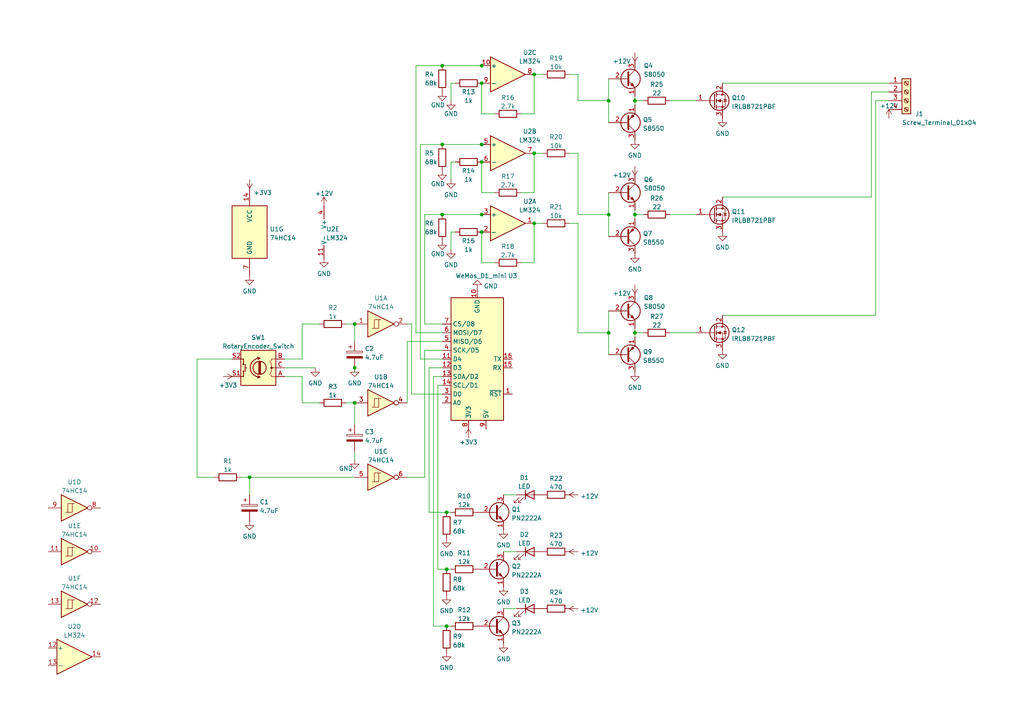
<source format=kicad_sch>
(kicad_sch (version 20211123) (generator eeschema)
  (paper "A4")
  (lib_symbols
    (symbol "74xx:74HC14" (pin_names (offset 1.016))
      (property "Reference" "U" (at 0 1.27 0))
      (property "Value" "74HC14" (at 0 -1.27 0))
      (symbol "74HC14_1_0"
        (polyline (pts (xy -3.81 3.81) (xy -3.81 -3.81) (xy 3.81 0) (xy -3.81 3.81)) (stroke (width 0.254)) (fill (type background)))
        (pin input line (at -7.62 0 0) (length 3.81) (name "~") (number "1"))
        (pin output inverted (at 7.62 0 180) (length 3.81) (name "~") (number "2"))
      )
      (symbol "74HC14_1_1"
        (polyline (pts (xy -1.905 -1.27) (xy -1.905 1.27) (xy -0.635 1.27)))
        (polyline (pts (xy -2.54 -1.27) (xy -0.635 -1.27) (xy -0.635 1.27) (xy 0 1.27)))
      )
      (symbol "74HC14_2_0"
        (polyline (pts (xy -3.81 3.81) (xy -3.81 -3.81) (xy 3.81 0) (xy -3.81 3.81)) (stroke (width 0.254)) (fill (type background)))
        (pin input line (at -7.62 0 0) (length 3.81) (name "~") (number "3"))
        (pin output inverted (at 7.62 0 180) (length 3.81) (name "~") (number "4"))
      )
      (symbol "74HC14_2_1"
        (polyline (pts (xy -1.905 -1.27) (xy -1.905 1.27) (xy -0.635 1.27)))
        (polyline (pts (xy -2.54 -1.27) (xy -0.635 -1.27) (xy -0.635 1.27) (xy 0 1.27)))
      )
      (symbol "74HC14_3_0"
        (polyline (pts (xy -3.81 3.81) (xy -3.81 -3.81) (xy 3.81 0) (xy -3.81 3.81)) (stroke (width 0.254)) (fill (type background)))
        (pin input line (at -7.62 0 0) (length 3.81) (name "~") (number "5"))
        (pin output inverted (at 7.62 0 180) (length 3.81) (name "~") (number "6"))
      )
      (symbol "74HC14_3_1"
        (polyline (pts (xy -1.905 -1.27) (xy -1.905 1.27) (xy -0.635 1.27)))
        (polyline (pts (xy -2.54 -1.27) (xy -0.635 -1.27) (xy -0.635 1.27) (xy 0 1.27)))
      )
      (symbol "74HC14_4_0"
        (polyline (pts (xy -3.81 3.81) (xy -3.81 -3.81) (xy 3.81 0) (xy -3.81 3.81)) (stroke (width 0.254)) (fill (type background)))
        (pin output inverted (at 7.62 0 180) (length 3.81) (name "~") (number "8"))
        (pin input line (at -7.62 0 0) (length 3.81) (name "~") (number "9"))
      )
      (symbol "74HC14_4_1"
        (polyline (pts (xy -1.905 -1.27) (xy -1.905 1.27) (xy -0.635 1.27)))
        (polyline (pts (xy -2.54 -1.27) (xy -0.635 -1.27) (xy -0.635 1.27) (xy 0 1.27)))
      )
      (symbol "74HC14_5_0"
        (polyline (pts (xy -3.81 3.81) (xy -3.81 -3.81) (xy 3.81 0) (xy -3.81 3.81)) (stroke (width 0.254)) (fill (type background)))
        (pin output inverted (at 7.62 0 180) (length 3.81) (name "~") (number "10"))
        (pin input line (at -7.62 0 0) (length 3.81) (name "~") (number "11"))
      )
      (symbol "74HC14_5_1"
        (polyline (pts (xy -1.905 -1.27) (xy -1.905 1.27) (xy -0.635 1.27)))
        (polyline (pts (xy -2.54 -1.27) (xy -0.635 -1.27) (xy -0.635 1.27) (xy 0 1.27)))
      )
      (symbol "74HC14_6_0"
        (polyline (pts (xy -3.81 3.81) (xy -3.81 -3.81) (xy 3.81 0) (xy -3.81 3.81)) (stroke (width 0.254)) (fill (type background)))
        (pin output inverted (at 7.62 0 180) (length 3.81) (name "~") (number "12"))
        (pin input line (at -7.62 0 0) (length 3.81) (name "~") (number "13"))
      )
      (symbol "74HC14_6_1"
        (polyline (pts (xy -1.905 -1.27) (xy -1.905 1.27) (xy -0.635 1.27)))
        (polyline (pts (xy -2.54 -1.27) (xy -0.635 -1.27) (xy -0.635 1.27) (xy 0 1.27)))
      )
      (symbol "74HC14_7_0"
        (pin power_in line (at 0 12.7 270) (length 5.08) (name "VCC") (number "14"))
        (pin power_in line (at 0 -12.7 90) (length 5.08) (name "GND") (number "7"))
      )
      (symbol "74HC14_7_1"
        (rectangle (start -5.08 7.62) (end 5.08 -7.62) (stroke (width 0.254)) (fill (type background)))
      )
    )
    (symbol "Amplifier_Operational:LM324" (pin_names (offset 0.127))
      (property "Reference" "U" (at 0 5.08 0))
      (property "Value" "LM324" (at 0 -5.08 0))
      (symbol "LM324_1_1"
        (polyline (pts (xy -5.08 5.08) (xy 5.08 0) (xy -5.08 -5.08) (xy -5.08 5.08)) (stroke (width 0.254)) (fill (type background)))
        (pin output line (at 7.62 0 180) (length 2.54) (name "~") (number "1"))
        (pin input line (at -7.62 -2.54 0) (length 2.54) (name "-") (number "2"))
        (pin input line (at -7.62 2.54 0) (length 2.54) (name "+") (number "3"))
      )
      (symbol "LM324_2_1"
        (polyline (pts (xy -5.08 5.08) (xy 5.08 0) (xy -5.08 -5.08) (xy -5.08 5.08)) (stroke (width 0.254)) (fill (type background)))
        (pin input line (at -7.62 2.54 0) (length 2.54) (name "+") (number "5"))
        (pin input line (at -7.62 -2.54 0) (length 2.54) (name "-") (number "6"))
        (pin output line (at 7.62 0 180) (length 2.54) (name "~") (number "7"))
      )
      (symbol "LM324_3_1"
        (polyline (pts (xy -5.08 5.08) (xy 5.08 0) (xy -5.08 -5.08) (xy -5.08 5.08)) (stroke (width 0.254)) (fill (type background)))
        (pin input line (at -7.62 2.54 0) (length 2.54) (name "+") (number "10"))
        (pin output line (at 7.62 0 180) (length 2.54) (name "~") (number "8"))
        (pin input line (at -7.62 -2.54 0) (length 2.54) (name "-") (number "9"))
      )
      (symbol "LM324_4_1"
        (polyline (pts (xy -5.08 5.08) (xy 5.08 0) (xy -5.08 -5.08) (xy -5.08 5.08)) (stroke (width 0.254)) (fill (type background)))
        (pin input line (at -7.62 2.54 0) (length 2.54) (name "+") (number "12"))
        (pin input line (at -7.62 -2.54 0) (length 2.54) (name "-") (number "13"))
        (pin output line (at 7.62 0 180) (length 2.54) (name "~") (number "14"))
      )
      (symbol "LM324_5_1"
        (pin power_in line (at -2.54 -7.62 90) (length 3.81) (name "V-") (number "11"))
        (pin power_in line (at -2.54 7.62 270) (length 3.81) (name "V+") (number "4"))
      )
    )
    (symbol "Connector:Screw_Terminal_01x04" (pin_names (offset 1.016) hide)
      (property "Reference" "J" (at 0 5.08 0))
      (property "Value" "Screw_Terminal_01x04" (at 0 -7.62 0))
      (symbol "Screw_Terminal_01x04_1_1"
        (rectangle (start -1.27 3.81) (end 1.27 -6.35) (stroke (width 0.254)) (fill (type background)))
        (circle (center 0 -5.08) (radius 0.635) (stroke (width 0.1524)))
        (circle (center 0 -2.54) (radius 0.635) (stroke (width 0.1524)))
        (polyline (pts (xy -0.5334 -4.7498) (xy 0.3302 -5.588)) (stroke (width 0.1524)))
        (polyline (pts (xy -0.5334 -2.2098) (xy 0.3302 -3.048)) (stroke (width 0.1524)))
        (polyline (pts (xy -0.5334 0.3302) (xy 0.3302 -0.508)) (stroke (width 0.1524)))
        (polyline (pts (xy -0.5334 2.8702) (xy 0.3302 2.032)) (stroke (width 0.1524)))
        (polyline (pts (xy -0.3556 -4.572) (xy 0.508 -5.4102)) (stroke (width 0.1524)))
        (polyline (pts (xy -0.3556 -2.032) (xy 0.508 -2.8702)) (stroke (width 0.1524)))
        (polyline (pts (xy -0.3556 0.508) (xy 0.508 -0.3302)) (stroke (width 0.1524)))
        (polyline (pts (xy -0.3556 3.048) (xy 0.508 2.2098)) (stroke (width 0.1524)))
        (circle (center 0 0) (radius 0.635) (stroke (width 0.1524)))
        (circle (center 0 2.54) (radius 0.635) (stroke (width 0.1524)))
        (pin passive line (at -5.08 2.54 0) (length 3.81) (name "Pin_1") (number "1"))
        (pin passive line (at -5.08 0 0) (length 3.81) (name "Pin_2") (number "2"))
        (pin passive line (at -5.08 -2.54 0) (length 3.81) (name "Pin_3") (number "3"))
        (pin passive line (at -5.08 -5.08 0) (length 3.81) (name "Pin_4") (number "4"))
      )
    )
    (symbol "Device:C_Polarized" (pin_numbers hide) (pin_names (offset 0.254))
      (property "Reference" "C" (at 0.635 2.54 0))
      (property "Value" "C_Polarized" (at 0.635 -2.54 0))
      (symbol "C_Polarized_0_1"
        (rectangle (start -2.286 0.508) (end 2.286 1.016))
        (polyline (pts (xy -1.778 2.286) (xy -0.762 2.286)))
        (polyline (pts (xy -1.27 2.794) (xy -1.27 1.778)))
        (rectangle (start 2.286 -0.508) (end -2.286 -1.016) (fill (type outline)))
      )
      (symbol "C_Polarized_1_1"
        (pin passive line (at 0 3.81 270) (length 2.794) (name "~") (number "1"))
        (pin passive line (at 0 -3.81 90) (length 2.794) (name "~") (number "2"))
      )
    )
    (symbol "Device:LED" (pin_numbers hide) (pin_names (offset 1.016) hide)
      (property "Reference" "D" (at 0 2.54 0))
      (property "Value" "LED" (at 0 -2.54 0))
      (symbol "LED_0_1"
        (polyline (pts (xy -1.27 -1.27) (xy -1.27 1.27)) (stroke (width 0.254)))
        (polyline (pts (xy -1.27 0) (xy 1.27 0)))
        (polyline (pts (xy 1.27 -1.27) (xy 1.27 1.27) (xy -1.27 0) (xy 1.27 -1.27)) (stroke (width 0.254)))
        (polyline (pts (xy -3.048 -0.762) (xy -4.572 -2.286) (xy -3.81 -2.286) (xy -4.572 -2.286) (xy -4.572 -1.524)))
        (polyline (pts (xy -1.778 -0.762) (xy -3.302 -2.286) (xy -2.54 -2.286) (xy -3.302 -2.286) (xy -3.302 -1.524)))
      )
      (symbol "LED_1_1"
        (pin passive line (at -3.81 0 0) (length 2.54) (name "K") (number "1"))
        (pin passive line (at 3.81 0 180) (length 2.54) (name "A") (number "2"))
      )
    )
    (symbol "Device:R" (pin_numbers hide) (pin_names (offset 0))
      (property "Reference" "R" (at 2.032 0 90))
      (property "Value" "R" (at 0 0 90))
      (symbol "R_0_1"
        (rectangle (start -1.016 -2.54) (end 1.016 2.54) (stroke (width 0.254)))
      )
      (symbol "R_1_1"
        (pin passive line (at 0 3.81 270) (length 1.27) (name "~") (number "1"))
        (pin passive line (at 0 -3.81 90) (length 1.27) (name "~") (number "2"))
      )
    )
    (symbol "Device:RotaryEncoder_Switch" (pin_names (offset 0.254) hide)
      (property "Reference" "SW" (at 0 6.604 0))
      (property "Value" "RotaryEncoder_Switch" (at 0 -6.604 0))
      (symbol "RotaryEncoder_Switch_0_1"
        (rectangle (start -5.08 5.08) (end 5.08 -5.08) (stroke (width 0.254)) (fill (type background)))
        (circle (center -3.81 0) (radius 0.254) (fill (type outline)))
        (arc (start -0.381 -2.794) (mid 2.3622 -0.0635) (end -0.381 2.667) (stroke (width 0.254)))
        (circle (center -0.381 0) (radius 1.905) (stroke (width 0.254)))
        (polyline (pts (xy -0.635 -1.778) (xy -0.635 1.778)) (stroke (width 0.254)))
        (polyline (pts (xy -0.381 -1.778) (xy -0.381 1.778)) (stroke (width 0.254)))
        (polyline (pts (xy -0.127 1.778) (xy -0.127 -1.778)) (stroke (width 0.254)))
        (polyline (pts (xy 3.81 0) (xy 3.429 0)) (stroke (width 0.254)))
        (polyline (pts (xy 3.81 1.016) (xy 3.81 -1.016)) (stroke (width 0.254)))
        (polyline (pts (xy -5.08 -2.54) (xy -3.81 -2.54) (xy -3.81 -2.032)))
        (polyline (pts (xy -5.08 2.54) (xy -3.81 2.54) (xy -3.81 2.032)))
        (polyline (pts (xy 0.254 -3.048) (xy -0.508 -2.794) (xy 0.127 -2.413)) (stroke (width 0.254)))
        (polyline (pts (xy 0.254 2.921) (xy -0.508 2.667) (xy 0.127 2.286)) (stroke (width 0.254)))
        (polyline (pts (xy 5.08 -2.54) (xy 4.318 -2.54) (xy 4.318 -1.016)) (stroke (width 0.254)))
        (polyline (pts (xy 5.08 2.54) (xy 4.318 2.54) (xy 4.318 1.016)) (stroke (width 0.254)))
        (polyline (pts (xy -5.08 0) (xy -3.81 0) (xy -3.81 -1.016) (xy -3.302 -2.032)))
        (polyline (pts (xy -4.318 0) (xy -3.81 0) (xy -3.81 1.016) (xy -3.302 2.032)))
        (circle (center 4.318 -1.016) (radius 0.127) (stroke (width 0.254)))
        (circle (center 4.318 1.016) (radius 0.127) (stroke (width 0.254)))
      )
      (symbol "RotaryEncoder_Switch_1_1"
        (pin passive line (at -7.62 2.54 0) (length 2.54) (name "A") (number "A"))
        (pin passive line (at -7.62 -2.54 0) (length 2.54) (name "B") (number "B"))
        (pin passive line (at -7.62 0 0) (length 2.54) (name "C") (number "C"))
        (pin passive line (at 7.62 2.54 180) (length 2.54) (name "S1") (number "S1"))
        (pin passive line (at 7.62 -2.54 180) (length 2.54) (name "S2") (number "S2"))
      )
    )
    (symbol "MCU_Module:WeMos_D1_mini"
      (property "Reference" "U" (at 3.81 19.05 0))
      (property "Value" "WeMos_D1_mini" (at 1.27 -19.05 0))
      (symbol "WeMos_D1_mini_1_1"
        (rectangle (start -7.62 17.78) (end 7.62 -17.78) (stroke (width 0.254)) (fill (type background)))
        (pin input line (at -10.16 10.16 0) (length 2.54) (name "~{RST}") (number "1"))
        (pin power_in line (at 0 -20.32 90) (length 2.54) (name "GND") (number "10"))
        (pin bidirectional line (at 10.16 0 180) (length 2.54) (name "D4") (number "11"))
        (pin bidirectional line (at 10.16 2.54 180) (length 2.54) (name "D3") (number "12"))
        (pin bidirectional line (at 10.16 5.08 180) (length 2.54) (name "SDA/D2") (number "13"))
        (pin bidirectional line (at 10.16 7.62 180) (length 2.54) (name "SCL/D1") (number "14"))
        (pin input line (at -10.16 2.54 0) (length 2.54) (name "RX") (number "15"))
        (pin output line (at -10.16 0 0) (length 2.54) (name "TX") (number "16"))
        (pin input line (at 10.16 12.7 180) (length 2.54) (name "A0") (number "2"))
        (pin bidirectional line (at 10.16 10.16 180) (length 2.54) (name "D0") (number "3"))
        (pin bidirectional line (at 10.16 -2.54 180) (length 2.54) (name "SCK/D5") (number "4"))
        (pin bidirectional line (at 10.16 -5.08 180) (length 2.54) (name "MISO/D6") (number "5"))
        (pin bidirectional line (at 10.16 -7.62 180) (length 2.54) (name "MOSI/D7") (number "6"))
        (pin bidirectional line (at 10.16 -10.16 180) (length 2.54) (name "CS/D8") (number "7"))
        (pin power_out line (at 2.54 20.32 270) (length 2.54) (name "3V3") (number "8"))
        (pin power_in line (at -2.54 20.32 270) (length 2.54) (name "5V") (number "9"))
      )
    )
    (symbol "Transistor_BJT:PN2222A" (pin_names (offset 0) hide)
      (property "Reference" "Q" (at 5.08 1.905 0))
      (property "Value" "PN2222A" (at 5.08 0 0))
      (symbol "PN2222A_0_1"
        (polyline (pts (xy 0 0) (xy 0.635 0)))
        (polyline (pts (xy 2.54 -2.54) (xy 0.635 -0.635)))
        (polyline (pts (xy 2.54 2.54) (xy 0.635 0.635)))
        (polyline (pts (xy 0.635 1.905) (xy 0.635 -1.905) (xy 0.635 -1.905)) (stroke (width 0.508)))
        (polyline (pts (xy 2.413 -2.413) (xy 1.905 -1.905) (xy 1.905 -1.905)))
        (polyline (pts (xy 1.143 -1.651) (xy 1.651 -1.143) (xy 2.159 -2.159) (xy 1.143 -1.651) (xy 1.143 -1.651)) (fill (type outline)))
        (circle (center 1.27 0) (radius 2.8194) (stroke (width 0.254)))
      )
      (symbol "PN2222A_1_1"
        (pin passive line (at 2.54 -5.08 90) (length 2.54) (name "E") (number "1"))
        (pin input line (at -5.08 0 0) (length 5.08) (name "B") (number "2"))
        (pin passive line (at 2.54 5.08 270) (length 2.54) (name "C") (number "3"))
      )
    )
    (symbol "Transistor_BJT:S8050" (pin_names (offset 0) hide)
      (property "Reference" "Q" (at 5.08 1.905 0))
      (property "Value" "S8050" (at 5.08 0 0))
      (symbol "S8050_0_1"
        (polyline (pts (xy 0 0) (xy 0.635 0)))
        (polyline (pts (xy 0.635 0.635) (xy 2.54 2.54)))
        (polyline (pts (xy 0.635 -0.635) (xy 2.54 -2.54) (xy 2.54 -2.54)))
        (polyline (pts (xy 0.635 1.905) (xy 0.635 -1.905) (xy 0.635 -1.905)) (stroke (width 0.508)))
        (polyline (pts (xy 1.27 -1.778) (xy 1.778 -1.27) (xy 2.286 -2.286) (xy 1.27 -1.778) (xy 1.27 -1.778)) (fill (type outline)))
        (circle (center 1.27 0) (radius 2.8194) (stroke (width 0.254)))
      )
      (symbol "S8050_1_1"
        (pin passive line (at 2.54 -5.08 90) (length 2.54) (name "E") (number "1"))
        (pin input line (at -5.08 0 0) (length 5.08) (name "B") (number "2"))
        (pin passive line (at 2.54 5.08 270) (length 2.54) (name "C") (number "3"))
      )
    )
    (symbol "Transistor_BJT:S8550" (pin_names (offset 0) hide)
      (property "Reference" "Q" (at 5.08 1.905 0))
      (property "Value" "S8550" (at 5.08 0 0))
      (symbol "S8550_0_1"
        (polyline (pts (xy 0 0) (xy 0.635 0)))
        (polyline (pts (xy 2.54 -2.54) (xy 0.635 -0.635)))
        (polyline (pts (xy 2.54 2.54) (xy 0.635 0.635)))
        (polyline (pts (xy 0.635 1.905) (xy 0.635 -1.905) (xy 0.635 -1.905)) (stroke (width 0.508)) (fill (type outline)))
        (polyline (pts (xy 1.778 -2.286) (xy 2.286 -1.778) (xy 1.27 -1.27) (xy 1.778 -2.286) (xy 1.778 -2.286)) (fill (type outline)))
        (circle (center 1.27 0) (radius 2.8194) (stroke (width 0.254)))
      )
      (symbol "S8550_1_1"
        (pin passive line (at 2.54 -5.08 90) (length 2.54) (name "E") (number "1"))
        (pin input line (at -5.08 0 0) (length 5.08) (name "B") (number "2"))
        (pin passive line (at 2.54 5.08 270) (length 2.54) (name "C") (number "3"))
      )
    )
    (symbol "Transistor_FET:IRLB8721PBF" (pin_names hide)
      (property "Reference" "Q" (at 6.35 1.905 0))
      (property "Value" "IRLB8721PBF" (at 6.35 0 0))
      (symbol "IRLB8721PBF_0_1"
        (polyline (pts (xy 0.254 0) (xy -2.54 0)))
        (polyline (pts (xy 0.254 1.905) (xy 0.254 -1.905)) (stroke (width 0.254)))
        (polyline (pts (xy 0.762 -1.27) (xy 0.762 -2.286)) (stroke (width 0.254)))
        (polyline (pts (xy 0.762 0.508) (xy 0.762 -0.508)) (stroke (width 0.254)))
        (polyline (pts (xy 0.762 2.286) (xy 0.762 1.27)) (stroke (width 0.254)))
        (polyline (pts (xy 2.54 2.54) (xy 2.54 1.778)))
        (polyline (pts (xy 2.54 -2.54) (xy 2.54 0) (xy 0.762 0)))
        (polyline (pts (xy 0.762 -1.778) (xy 3.302 -1.778) (xy 3.302 1.778) (xy 0.762 1.778)))
        (polyline (pts (xy 1.016 0) (xy 2.032 0.381) (xy 2.032 -0.381) (xy 1.016 0)) (fill (type outline)))
        (polyline (pts (xy 2.794 0.508) (xy 2.921 0.381) (xy 3.683 0.381) (xy 3.81 0.254)))
        (polyline (pts (xy 3.302 0.381) (xy 2.921 -0.254) (xy 3.683 -0.254) (xy 3.302 0.381)))
        (circle (center 1.651 0) (radius 2.794) (stroke (width 0.254)))
        (circle (center 2.54 -1.778) (radius 0.254) (fill (type outline)))
        (circle (center 2.54 1.778) (radius 0.254) (fill (type outline)))
      )
      (symbol "IRLB8721PBF_1_1"
        (pin input line (at -5.08 0 0) (length 2.54) (name "G") (number "1"))
        (pin passive line (at 2.54 5.08 270) (length 2.54) (name "D") (number "2"))
        (pin passive line (at 2.54 -5.08 90) (length 2.54) (name "S") (number "3"))
      )
    )
    (symbol "power:+12V" (power) (pin_names (offset 0))
      (property "Value" "+12V" (at 0 3.556 0))
      (symbol "+12V_0_1"
        (polyline (pts (xy -0.762 1.27) (xy 0 2.54)))
        (polyline (pts (xy 0 0) (xy 0 2.54)))
        (polyline (pts (xy 0 2.54) (xy 0.762 1.27)))
      )
      (symbol "+12V_1_1"
        (pin power_in line (at 0 0 90) (length 0) hide (name "+12V") (number "1"))
      )
    )
    (symbol "power:+3.3V" (power) (pin_names (offset 0))
      (property "Value" "+3.3V" (at 0 3.556 0))
      (symbol "+3.3V_0_1"
        (polyline (pts (xy -0.762 1.27) (xy 0 2.54)))
        (polyline (pts (xy 0 0) (xy 0 2.54)))
        (polyline (pts (xy 0 2.54) (xy 0.762 1.27)))
      )
      (symbol "+3.3V_1_1"
        (pin power_in line (at 0 0 90) (length 0) hide (name "+3V3") (number "1"))
      )
    )
    (symbol "power:GND" (power) (pin_names (offset 0))
      (property "Value" "GND" (at 0 -3.81 0))
      (symbol "GND_0_1"
        (polyline (pts (xy 0 0) (xy 0 -1.27) (xy 1.27 -1.27) (xy 0 -2.54) (xy -1.27 -1.27) (xy 0 -1.27)))
      )
      (symbol "GND_1_1"
        (pin power_in line (at 0 0 270) (length 0) hide (name "GND") (number "1"))
      )
    )
  )
  (junction (at 154.94 21.59))
  (junction (at 102.87 93.98))
  (junction (at 184.15 29.21))
  (junction (at 176.53 96.52))
  (junction (at 176.53 62.23))
  (junction (at 129.54 148.59))
  (junction (at 139.7 19.05))
  (junction (at 128.27 41.91))
  (junction (at 184.15 62.23))
  (junction (at 184.15 96.52))
  (junction (at 128.27 19.05))
  (junction (at 139.7 67.31))
  (junction (at 129.54 165.1))
  (junction (at 154.94 44.45))
  (junction (at 176.53 29.21))
  (junction (at 102.87 106.68))
  (junction (at 139.7 24.13))
  (junction (at 128.27 62.23))
  (junction (at 129.54 181.61))
  (junction (at 139.7 62.23))
  (junction (at 139.7 46.99))
  (junction (at 72.39 138.43))
  (junction (at 154.94 64.77))
  (junction (at 102.87 116.84))
  (junction (at 139.7 41.91))
  (wire (pts (xy 176.53 90.17) (xy 176.53 96.52)))
  (wire (pts (xy 130.81 46.99) (xy 132.08 46.99)))
  (wire (pts (xy 154.94 55.88) (xy 151.13 55.88)))
  (wire (pts (xy 67.31 104.14) (xy 57.15 104.14)))
  (wire (pts (xy 120.65 19.05) (xy 128.27 19.05)))
  (wire (pts (xy 128.27 19.05) (xy 139.7 19.05)))
  (wire (pts (xy 72.39 138.43) (xy 102.87 138.43)))
  (wire (pts (xy 176.53 29.21) (xy 176.53 35.56)))
  (wire (pts (xy 129.54 165.1) (xy 130.81 165.1)))
  (wire (pts (xy 127 165.1) (xy 129.54 165.1)))
  (wire (pts (xy 254 91.44) (xy 209.55 91.44)))
  (wire (pts (xy 167.64 44.45) (xy 167.64 62.23)))
  (wire (pts (xy 153.67 44.45) (xy 154.94 44.45)))
  (wire (pts (xy 130.81 52.07) (xy 130.81 46.99)))
  (wire (pts (xy 123.19 62.23) (xy 128.27 62.23)))
  (wire (pts (xy 118.11 138.43) (xy 123.19 138.43)))
  (wire (pts (xy 143.51 76.2) (xy 139.7 76.2)))
  (wire (pts (xy 254 29.21) (xy 254 91.44)))
  (wire (pts (xy 139.7 33.02) (xy 139.7 24.13)))
  (wire (pts (xy 201.93 29.21) (xy 194.31 29.21)))
  (wire (pts (xy 132.08 24.13) (xy 130.81 24.13)))
  (wire (pts (xy 165.1 21.59) (xy 167.64 21.59)))
  (wire (pts (xy 157.48 64.77) (xy 154.94 64.77)))
  (wire (pts (xy 124.46 148.59) (xy 129.54 148.59)))
  (wire (pts (xy 167.64 64.77) (xy 167.64 96.52)))
  (wire (pts (xy 100.33 93.98) (xy 102.87 93.98)))
  (wire (pts (xy 139.7 19.05) (xy 140.97 19.05)))
  (wire (pts (xy 143.51 55.88) (xy 139.7 55.88)))
  (wire (pts (xy 257.81 29.21) (xy 254 29.21)))
  (wire (pts (xy 100.33 116.84) (xy 102.87 116.84)))
  (wire (pts (xy 139.7 55.88) (xy 139.7 46.99)))
  (wire (pts (xy 125.73 109.22) (xy 125.73 181.61)))
  (wire (pts (xy 139.7 41.91) (xy 140.97 41.91)))
  (wire (pts (xy 118.11 99.06) (xy 128.27 99.06)))
  (wire (pts (xy 82.55 106.68) (xy 91.44 106.68)))
  (wire (pts (xy 176.53 55.88) (xy 176.53 62.23)))
  (wire (pts (xy 127 111.76) (xy 127 165.1)))
  (wire (pts (xy 184.15 29.21) (xy 184.15 30.48)))
  (wire (pts (xy 87.63 109.22) (xy 87.63 116.84)))
  (wire (pts (xy 167.64 96.52) (xy 176.53 96.52)))
  (wire (pts (xy 102.87 93.98) (xy 102.87 99.06)))
  (wire (pts (xy 186.69 62.23) (xy 184.15 62.23)))
  (wire (pts (xy 149.86 176.53) (xy 146.05 176.53)))
  (wire (pts (xy 165.1 44.45) (xy 167.64 44.45)))
  (wire (pts (xy 257.81 24.13) (xy 209.55 24.13)))
  (wire (pts (xy 119.38 114.3) (xy 128.27 114.3)))
  (wire (pts (xy 57.15 104.14) (xy 57.15 138.43)))
  (wire (pts (xy 154.94 44.45) (xy 154.94 55.88)))
  (wire (pts (xy 123.19 101.6) (xy 128.27 101.6)))
  (wire (pts (xy 121.92 104.14) (xy 128.27 104.14)))
  (wire (pts (xy 123.19 93.98) (xy 123.19 62.23)))
  (wire (pts (xy 87.63 104.14) (xy 87.63 93.98)))
  (wire (pts (xy 252.73 26.67) (xy 252.73 57.15)))
  (wire (pts (xy 57.15 138.43) (xy 62.23 138.43)))
  (wire (pts (xy 186.69 96.52) (xy 184.15 96.52)))
  (wire (pts (xy 167.64 21.59) (xy 167.64 29.21)))
  (wire (pts (xy 184.15 62.23) (xy 184.15 63.5)))
  (wire (pts (xy 87.63 93.98) (xy 92.71 93.98)))
  (wire (pts (xy 82.55 109.22) (xy 87.63 109.22)))
  (wire (pts (xy 176.53 62.23) (xy 176.53 68.58)))
  (wire (pts (xy 139.7 41.91) (xy 128.27 41.91)))
  (wire (pts (xy 118.11 93.98) (xy 119.38 93.98)))
  (wire (pts (xy 167.64 62.23) (xy 176.53 62.23)))
  (wire (pts (xy 82.55 104.14) (xy 87.63 104.14)))
  (wire (pts (xy 87.63 116.84) (xy 92.71 116.84)))
  (wire (pts (xy 184.15 60.96) (xy 184.15 62.23)))
  (wire (pts (xy 124.46 106.68) (xy 124.46 148.59)))
  (wire (pts (xy 184.15 96.52) (xy 184.15 97.79)))
  (wire (pts (xy 128.27 109.22) (xy 125.73 109.22)))
  (wire (pts (xy 184.15 27.94) (xy 184.15 29.21)))
  (wire (pts (xy 130.81 72.39) (xy 130.81 67.31)))
  (wire (pts (xy 123.19 138.43) (xy 123.19 101.6)))
  (wire (pts (xy 128.27 62.23) (xy 139.7 62.23)))
  (wire (pts (xy 139.7 62.23) (xy 140.97 62.23)))
  (wire (pts (xy 123.19 93.98) (xy 128.27 93.98)))
  (wire (pts (xy 186.69 29.21) (xy 184.15 29.21)))
  (wire (pts (xy 194.31 96.52) (xy 201.93 96.52)))
  (wire (pts (xy 176.53 22.86) (xy 176.53 29.21)))
  (wire (pts (xy 154.94 21.59) (xy 154.94 33.02)))
  (wire (pts (xy 125.73 181.61) (xy 129.54 181.61)))
  (wire (pts (xy 102.87 116.84) (xy 102.87 123.19)))
  (wire (pts (xy 121.92 41.91) (xy 128.27 41.91)))
  (wire (pts (xy 149.86 160.02) (xy 146.05 160.02)))
  (wire (pts (xy 139.7 76.2) (xy 139.7 67.31)))
  (wire (pts (xy 132.08 67.31) (xy 130.81 67.31)))
  (wire (pts (xy 194.31 62.23) (xy 201.93 62.23)))
  (wire (pts (xy 121.92 41.91) (xy 121.92 104.14)))
  (wire (pts (xy 165.1 64.77) (xy 167.64 64.77)))
  (wire (pts (xy 119.38 93.98) (xy 119.38 114.3)))
  (wire (pts (xy 72.39 143.51) (xy 72.39 138.43)))
  (wire (pts (xy 252.73 57.15) (xy 209.55 57.15)))
  (wire (pts (xy 128.27 111.76) (xy 127 111.76)))
  (wire (pts (xy 130.81 29.21) (xy 130.81 24.13)))
  (wire (pts (xy 154.94 44.45) (xy 157.48 44.45)))
  (wire (pts (xy 120.65 19.05) (xy 120.65 96.52)))
  (wire (pts (xy 154.94 33.02) (xy 151.13 33.02)))
  (wire (pts (xy 149.86 143.51) (xy 146.05 143.51)))
  (wire (pts (xy 143.51 33.02) (xy 139.7 33.02)))
  (wire (pts (xy 157.48 21.59) (xy 154.94 21.59)))
  (wire (pts (xy 154.94 64.77) (xy 154.94 76.2)))
  (wire (pts (xy 184.15 95.25) (xy 184.15 96.52)))
  (wire (pts (xy 69.85 138.43) (xy 72.39 138.43)))
  (wire (pts (xy 129.54 181.61) (xy 130.81 181.61)))
  (wire (pts (xy 102.87 130.81) (xy 102.87 133.35)))
  (wire (pts (xy 154.94 76.2) (xy 151.13 76.2)))
  (wire (pts (xy 120.65 96.52) (xy 128.27 96.52)))
  (wire (pts (xy 102.87 107.95) (xy 102.87 106.68)))
  (wire (pts (xy 176.53 96.52) (xy 176.53 102.87)))
  (wire (pts (xy 167.64 29.21) (xy 176.53 29.21)))
  (wire (pts (xy 129.54 148.59) (xy 130.81 148.59)))
  (wire (pts (xy 257.81 26.67) (xy 252.73 26.67)))
  (wire (pts (xy 128.27 106.68) (xy 124.46 106.68)))
  (wire (pts (xy 118.11 116.84) (xy 118.11 99.06)))
  (symbol (lib_id "Amplifier_Operational:LM324") (at 147.32 44.45 0) (unit 2)
    (property "Reference" "U2" (at 153.67 38.1 0))
    (property "Value" "LM324" (at 153.67 40.64 0))
    (property "Datasheet" "http://www.ti.com/lit/ds/symlink/lm2902-n.pdf" (effects hide))
  )
  (symbol (lib_id "power:+3.3V") (at 64.77 109.22 270) (unit 1)
    (property "Reference" "#PWR01" (effects hide))
    (property "Value" "+3.3V" (at 63.5 111.76 90) (effects (justify left)))
  )
  (symbol (lib_id "Amplifier_Operational:LM324") (at 21.59 190.5 0) (unit 4)
    (property "Reference" "U2" (at 21.59 181.7202 0))
    (property "Value" "LM324" (at 21.59 184.2571 0))
    (property "Datasheet" "http://www.ti.com/lit/ds/symlink/lm2902-n.pdf" (effects hide))
  )
  (symbol (lib_id "Device:R") (at 134.62 181.61 90) (unit 1)
    (property "Reference" "R12" (at 134.62 176.8942 90))
    (property "Value" "12k" (at 134.62 179.4311 90))
  )
  (symbol (lib_id "Transistor_BJT:S8550") (at 181.61 35.56 0) (mirror x) (unit 1)
    (property "Reference" "Q5" (at 186.4614 34.7253 0) (effects (justify left)))
    (property "Value" "S8550" (at 186.4614 37.2622 0) (effects (justify left)))
    (property "Footprint" "Package_TO_SOT_THT:TO-92_Inline" (effects hide))
    (property "Datasheet" "http://www.unisonic.com.tw/datasheet/S8550.pdf" (effects hide))
  )
  (symbol (lib_id "power:GND") (at 102.87 106.68 0) (unit 1)
    (property "Reference" "#PWR08" (effects hide))
    (property "Value" "GND" (at 102.87 111.1234 0))
  )
  (symbol (lib_id "power:GND") (at 130.81 52.07 0) (unit 1)
    (property "Reference" "#PWR017" (effects hide))
    (property "Value" "GND" (at 130.81 56.5134 0))
  )
  (symbol (lib_id "Transistor_FET:IRLB8721PBF") (at 207.01 62.23 0) (unit 1)
    (property "Reference" "Q11" (at 212.217 61.3953 0) (effects (justify left)))
    (property "Value" "IRLB8721PBF" (at 212.217 63.9322 0) (effects (justify left)))
    (property "Footprint" "Package_TO_SOT_THT:TO-220-3_Vertical" (effects hide))
    (property "Datasheet" "http://www.infineon.com/dgdl/irlb8721pbf.pdf?fileId=5546d462533600a40153566056732591" (effects hide))
  )
  (symbol (lib_id "Device:C_Polarized") (at 102.87 127 0) (unit 1)
    (property "Reference" "C3" (at 105.791 125.2763 0) (effects (justify left)))
    (property "Value" "4.7uF" (at 105.791 127.8132 0) (effects (justify left)))
  )
  (symbol (lib_id "power:GND") (at 184.15 40.64 0) (unit 1)
    (property "Reference" "#PWR028" (effects hide))
    (property "Value" "GND" (at 184.15 45.0834 0))
  )
  (symbol (lib_id "Amplifier_Operational:LM324") (at 96.52 67.31 0) (unit 5)
    (property "Reference" "U2" (at 94.615 66.4753 0) (effects (justify left)))
    (property "Value" "LM324" (at 94.615 69.0122 0) (effects (justify left)))
    (property "Datasheet" "http://www.ti.com/lit/ds/symlink/lm2902-n.pdf" (effects hide))
  )
  (symbol (lib_id "Device:R") (at 190.5 62.23 90) (unit 1)
    (property "Reference" "R26" (at 190.5 57.5142 90))
    (property "Value" "22" (at 190.5 60.0511 90))
  )
  (symbol (lib_id "power:+3.3V") (at 72.39 52.07 180) (unit 1)
    (property "Reference" "#PWR02" (effects hide))
    (property "Value" "+3.3V" (at 76.2 55.88 0))
  )
  (symbol (lib_id "Device:RotaryEncoder_Switch") (at 74.93 106.68 180) (unit 1)
    (property "Reference" "SW1" (at 74.93 97.9002 0))
    (property "Value" "RotaryEncoder_Switch" (at 74.93 100.4371 0))
  )
  (symbol (lib_id "Connector:Screw_Terminal_01x04") (at 262.89 26.67 0) (unit 1)
    (property "Reference" "J1" (at 265.43 33.02 0) (effects (justify left)))
    (property "Value" "Screw_Terminal_01x04" (at 261.62 35.56 0) (effects (justify left)))
  )
  (symbol (lib_id "power:GND") (at 146.05 186.69 0) (unit 1)
    (property "Reference" "#PWR023" (effects hide))
    (property "Value" "GND" (at 146.05 191.1334 0))
  )
  (symbol (lib_id "power:+12V") (at 184.15 48.26 180) (unit 1)
    (property "Reference" "#PWR029" (effects hide))
    (property "Value" "+12V" (at 180.34 50.8 0))
  )
  (symbol (lib_id "power:+3.3V") (at 135.89 127 0) (unit 1)
    (property "Reference" "#PWR019" (effects hide))
    (property "Value" "+3.3V" (at 135.89 128.27 0))
  )
  (symbol (lib_id "Device:R") (at 161.29 176.53 90) (unit 1)
    (property "Reference" "R24" (at 161.29 171.8142 90))
    (property "Value" "470" (at 161.29 174.3511 90))
  )
  (symbol (lib_id "power:+12V") (at 167.64 143.51 90) (unit 1)
    (property "Reference" "#PWR024" (effects hide))
    (property "Value" "+12V" (at 168.275 143.9438 90) (effects (justify right)))
  )
  (symbol (lib_id "MCU_Module:WeMos_D1_mini") (at 138.43 104.14 180) (unit 1)
    (property "Reference" "U3" (at 147.32 80.01 0) (effects (justify right)))
    (property "Value" "WeMos_D1_mini" (at 132.08 80.01 0) (effects (justify right)))
    (property "Footprint" "Module:WEMOS_D1_mini_light" (effects hide))
    (property "Datasheet" "https://wiki.wemos.cc/products:d1:d1_mini#documentation" (effects hide))
  )
  (symbol (lib_id "Device:R") (at 190.5 96.52 90) (unit 1)
    (property "Reference" "R27" (at 190.5 91.8042 90))
    (property "Value" "22" (at 190.5 94.3411 90))
  )
  (symbol (lib_id "power:+12V") (at 93.98 59.69 0) (unit 1)
    (property "Reference" "#PWR06" (effects hide))
    (property "Value" "+12V" (at 93.98 56.1142 0))
  )
  (symbol (lib_id "power:GND") (at 129.54 172.72 0) (unit 1)
    (property "Reference" "#PWR014" (effects hide))
    (property "Value" "GND" (at 129.54 177.1634 0))
  )
  (symbol (lib_id "Device:R") (at 129.54 168.91 180) (unit 1)
    (property "Reference" "R8" (at 131.318 168.0753 0) (effects (justify right)))
    (property "Value" "68k" (at 131.318 170.6122 0) (effects (justify right)))
  )
  (symbol (lib_id "Device:R") (at 129.54 185.42 180) (unit 1)
    (property "Reference" "R9" (at 131.318 184.5853 0) (effects (justify right)))
    (property "Value" "68k" (at 131.318 187.1222 0) (effects (justify right)))
  )
  (symbol (lib_id "Transistor_BJT:S8550") (at 181.61 68.58 0) (mirror x) (unit 1)
    (property "Reference" "Q7" (at 186.4614 67.7453 0) (effects (justify left)))
    (property "Value" "S8550" (at 186.4614 70.2822 0) (effects (justify left)))
    (property "Footprint" "Package_TO_SOT_THT:TO-92_Inline" (effects hide))
    (property "Datasheet" "http://www.unisonic.com.tw/datasheet/S8550.pdf" (effects hide))
  )
  (symbol (lib_id "Device:R") (at 135.89 67.31 90) (unit 1)
    (property "Reference" "R15" (at 135.89 69.85 90))
    (property "Value" "1k" (at 135.89 72.39 90))
  )
  (symbol (lib_id "power:GND") (at 130.81 72.39 0) (unit 1)
    (property "Reference" "#PWR018" (effects hide))
    (property "Value" "GND" (at 130.81 76.8334 0))
  )
  (symbol (lib_id "Amplifier_Operational:LM324") (at 147.32 64.77 0) (unit 1)
    (property "Reference" "U2" (at 153.67 58.42 0))
    (property "Value" "LM324" (at 153.67 60.96 0))
    (property "Datasheet" "http://www.ti.com/lit/ds/symlink/lm2902-n.pdf" (effects hide))
  )
  (symbol (lib_id "power:GND") (at 128.27 49.53 0) (unit 1)
    (property "Reference" "#PWR011" (effects hide))
    (property "Value" "GND" (at 127 53.34 0))
  )
  (symbol (lib_id "power:GND") (at 146.05 153.67 0) (unit 1)
    (property "Reference" "#PWR021" (effects hide))
    (property "Value" "GND" (at 146.05 158.1134 0))
  )
  (symbol (lib_id "74xx:74HC14") (at 110.49 116.84 0) (unit 2)
    (property "Reference" "U1" (at 110.49 109.3302 0))
    (property "Value" "74HC14" (at 110.49 111.8671 0))
    (property "Datasheet" "http://www.ti.com/lit/gpn/sn74HC14" (effects hide))
  )
  (symbol (lib_id "Device:R") (at 161.29 21.59 90) (unit 1)
    (property "Reference" "R19" (at 161.29 16.8742 90))
    (property "Value" "10k" (at 161.29 19.4111 90))
  )
  (symbol (lib_id "power:GND") (at 72.39 151.13 0) (unit 1)
    (property "Reference" "#PWR04" (effects hide))
    (property "Value" "GND" (at 72.39 155.5734 0))
  )
  (symbol (lib_id "power:+12V") (at 184.15 15.24 180) (unit 1)
    (property "Reference" "#PWR027" (effects hide))
    (property "Value" "+12V" (at 180.34 17.78 0))
  )
  (symbol (lib_id "74xx:74HC14") (at 21.59 175.26 0) (unit 6)
    (property "Reference" "U1" (at 21.59 167.7502 0))
    (property "Value" "74HC14" (at 21.59 170.2871 0))
    (property "Datasheet" "http://www.ti.com/lit/gpn/sn74HC14" (effects hide))
  )
  (symbol (lib_id "Transistor_FET:IRLB8721PBF") (at 207.01 96.52 0) (unit 1)
    (property "Reference" "Q12" (at 212.217 95.6853 0) (effects (justify left)))
    (property "Value" "IRLB8721PBF" (at 212.217 98.2222 0) (effects (justify left)))
    (property "Footprint" "Package_TO_SOT_THT:TO-220-3_Vertical" (effects hide))
    (property "Datasheet" "http://www.infineon.com/dgdl/irlb8721pbf.pdf?fileId=5546d462533600a40153566056732591" (effects hide))
  )
  (symbol (lib_id "Transistor_BJT:S8050") (at 181.61 22.86 0) (unit 1)
    (property "Reference" "Q4" (at 186.69 19.05 0) (effects (justify left)))
    (property "Value" "S8050" (at 186.69 21.59 0) (effects (justify left)))
    (property "Footprint" "Package_TO_SOT_THT:TO-92_Inline" (effects hide))
    (property "Datasheet" "http://www.unisonic.com.tw/datasheet/S8050.pdf" (effects hide))
  )
  (symbol (lib_id "Transistor_BJT:PN2222A") (at 143.51 181.61 0) (unit 1)
    (property "Reference" "Q3" (at 148.3614 180.7753 0) (effects (justify left)))
    (property "Value" "PN2222A" (at 148.3614 183.3122 0) (effects (justify left)))
    (property "Footprint" "Package_TO_SOT_THT:TO-92_Inline" (effects hide))
    (property "Datasheet" "https://www.onsemi.com/pub/Collateral/PN2222-D.PDF" (effects hide))
  )
  (symbol (lib_id "74xx:74HC14") (at 110.49 138.43 0) (unit 3)
    (property "Reference" "U1" (at 110.49 130.9202 0))
    (property "Value" "74HC14" (at 110.49 133.4571 0))
    (property "Datasheet" "http://www.ti.com/lit/gpn/sn74HC14" (effects hide))
  )
  (symbol (lib_id "Device:LED") (at 153.67 160.02 0) (unit 1)
    (property "Reference" "D2" (at 152.0825 155.0502 0))
    (property "Value" "LED" (at 152.0825 157.5871 0))
  )
  (symbol (lib_id "Device:R") (at 66.04 138.43 90) (unit 1)
    (property "Reference" "R1" (at 66.04 133.7142 90))
    (property "Value" "1k" (at 66.04 136.2511 90))
  )
  (symbol (lib_id "Device:R") (at 135.89 46.99 90) (unit 1)
    (property "Reference" "R14" (at 135.89 49.53 90))
    (property "Value" "1k" (at 135.89 52.07 90))
  )
  (symbol (lib_id "Device:R") (at 161.29 143.51 90) (unit 1)
    (property "Reference" "R22" (at 161.29 138.7942 90))
    (property "Value" "470" (at 161.29 141.3311 90))
  )
  (symbol (lib_id "74xx:74HC14") (at 21.59 160.02 0) (unit 5)
    (property "Reference" "U1" (at 21.59 152.5102 0))
    (property "Value" "74HC14" (at 21.59 155.0471 0))
    (property "Datasheet" "http://www.ti.com/lit/gpn/sn74HC14" (effects hide))
  )
  (symbol (lib_id "power:GND") (at 209.55 67.31 0) (unit 1)
    (property "Reference" "#PWR034" (effects hide))
    (property "Value" "GND" (at 209.55 71.7534 0))
  )
  (symbol (lib_id "power:GND") (at 102.87 133.35 0) (unit 1)
    (property "Reference" "#PWR09" (effects hide))
    (property "Value" "GND" (at 100.33 135.89 0))
  )
  (symbol (lib_id "74xx:74HC14") (at 72.39 67.31 0) (unit 7)
    (property "Reference" "U1" (at 78.232 66.4753 0) (effects (justify left)))
    (property "Value" "74HC14" (at 78.232 69.0122 0) (effects (justify left)))
    (property "Datasheet" "http://www.ti.com/lit/gpn/sn74HC14" (effects hide))
  )
  (symbol (lib_id "power:GND") (at 93.98 74.93 0) (unit 1)
    (property "Reference" "#PWR07" (effects hide))
    (property "Value" "GND" (at 93.98 79.3734 0))
  )
  (symbol (lib_id "Transistor_FET:IRLB8721PBF") (at 207.01 29.21 0) (unit 1)
    (property "Reference" "Q10" (at 212.217 28.3753 0) (effects (justify left)))
    (property "Value" "IRLB8721PBF" (at 212.217 30.9122 0) (effects (justify left)))
    (property "Footprint" "Package_TO_SOT_THT:TO-220-3_Vertical" (effects hide))
    (property "Datasheet" "http://www.infineon.com/dgdl/irlb8721pbf.pdf?fileId=5546d462533600a40153566056732591" (effects hide))
  )
  (symbol (lib_id "power:GND") (at 72.39 80.01 0) (unit 1)
    (property "Reference" "#PWR03" (effects hide))
    (property "Value" "GND" (at 72.39 84.4534 0))
  )
  (symbol (lib_id "power:+12V") (at 167.64 176.53 90) (unit 1)
    (property "Reference" "#PWR026" (effects hide))
    (property "Value" "+12V" (at 168.275 176.9638 90) (effects (justify right)))
  )
  (symbol (lib_id "power:+12V") (at 167.64 160.02 90) (unit 1)
    (property "Reference" "#PWR025" (effects hide))
    (property "Value" "+12V" (at 168.275 160.4538 90) (effects (justify right)))
  )
  (symbol (lib_id "Device:C_Polarized") (at 72.39 147.32 0) (unit 1)
    (property "Reference" "C1" (at 75.311 145.5963 0) (effects (justify left)))
    (property "Value" "4.7uF" (at 75.311 148.1332 0) (effects (justify left)))
  )
  (symbol (lib_id "power:GND") (at 129.54 189.23 0) (unit 1)
    (property "Reference" "#PWR015" (effects hide))
    (property "Value" "GND" (at 129.54 193.6734 0))
  )
  (symbol (lib_id "Device:R") (at 190.5 29.21 90) (unit 1)
    (property "Reference" "R25" (at 190.5 24.4942 90))
    (property "Value" "22" (at 190.5 27.0311 90))
  )
  (symbol (lib_id "Device:R") (at 147.32 55.88 90) (unit 1)
    (property "Reference" "R17" (at 147.32 51.1642 90))
    (property "Value" "2.7k" (at 147.32 53.7011 90))
  )
  (symbol (lib_id "power:GND") (at 184.15 73.66 0) (unit 1)
    (property "Reference" "#PWR030" (effects hide))
    (property "Value" "GND" (at 184.15 78.1034 0))
  )
  (symbol (lib_id "Device:R") (at 96.52 93.98 90) (unit 1)
    (property "Reference" "R2" (at 96.52 89.2642 90))
    (property "Value" "1k" (at 96.52 91.8011 90))
  )
  (symbol (lib_id "power:+12V") (at 257.81 34.29 0) (unit 1)
    (property "Reference" "#PWR036" (effects hide))
    (property "Value" "+12V" (at 257.81 30.7142 0))
  )
  (symbol (lib_id "power:GND") (at 128.27 69.85 0) (unit 1)
    (property "Reference" "#PWR012" (effects hide))
    (property "Value" "GND" (at 127 73.66 0))
  )
  (symbol (lib_id "power:GND") (at 91.44 106.68 0) (unit 1)
    (property "Reference" "#PWR05" (effects hide))
    (property "Value" "GND" (at 91.44 111.1234 0))
  )
  (symbol (lib_id "Device:R") (at 161.29 64.77 90) (unit 1)
    (property "Reference" "R21" (at 161.29 60.0542 90))
    (property "Value" "10k" (at 161.29 62.5911 90))
  )
  (symbol (lib_id "Device:LED") (at 153.67 176.53 0) (unit 1)
    (property "Reference" "D3" (at 152.0825 171.5602 0))
    (property "Value" "LED" (at 152.0825 174.0971 0))
  )
  (symbol (lib_id "Device:C_Polarized") (at 102.87 102.87 0) (unit 1)
    (property "Reference" "C2" (at 105.791 101.1463 0) (effects (justify left)))
    (property "Value" "4.7uF" (at 105.791 103.6832 0) (effects (justify left)))
  )
  (symbol (lib_id "Device:R") (at 96.52 116.84 90) (unit 1)
    (property "Reference" "R3" (at 96.52 112.1242 90))
    (property "Value" "1k" (at 96.52 114.6611 90))
  )
  (symbol (lib_id "power:GND") (at 184.15 107.95 0) (unit 1)
    (property "Reference" "#PWR032" (effects hide))
    (property "Value" "GND" (at 184.15 112.3934 0))
  )
  (symbol (lib_id "power:GND") (at 130.81 29.21 0) (unit 1)
    (property "Reference" "#PWR016" (effects hide))
    (property "Value" "GND" (at 130.81 33.02 0))
  )
  (symbol (lib_id "power:GND") (at 209.55 34.29 0) (unit 1)
    (property "Reference" "#PWR033" (effects hide))
    (property "Value" "GND" (at 209.55 38.7334 0))
  )
  (symbol (lib_id "74xx:74HC14") (at 21.59 147.32 0) (unit 4)
    (property "Reference" "U1" (at 21.59 139.8102 0))
    (property "Value" "74HC14" (at 21.59 142.3471 0))
    (property "Datasheet" "http://www.ti.com/lit/gpn/sn74HC14" (effects hide))
  )
  (symbol (lib_id "power:GND") (at 128.27 26.67 0) (unit 1)
    (property "Reference" "#PWR010" (effects hide))
    (property "Value" "GND" (at 127 30.48 0))
  )
  (symbol (lib_id "Device:R") (at 128.27 22.86 180) (unit 1)
    (property "Reference" "R4" (at 123.19 21.59 0) (effects (justify right)))
    (property "Value" "68k" (at 123.19 24.13 0) (effects (justify right)))
  )
  (symbol (lib_id "Device:R") (at 147.32 33.02 90) (unit 1)
    (property "Reference" "R16" (at 147.32 28.3042 90))
    (property "Value" "2.7k" (at 147.32 30.8411 90))
  )
  (symbol (lib_id "power:+12V") (at 184.15 82.55 180) (unit 1)
    (property "Reference" "#PWR031" (effects hide))
    (property "Value" "+12V" (at 180.34 85.09 0))
  )
  (symbol (lib_id "Transistor_BJT:S8050") (at 181.61 90.17 0) (unit 1)
    (property "Reference" "Q8" (at 186.69 86.36 0) (effects (justify left)))
    (property "Value" "S8050" (at 186.69 88.9 0) (effects (justify left)))
    (property "Footprint" "Package_TO_SOT_THT:TO-92_Inline" (effects hide))
    (property "Datasheet" "http://www.unisonic.com.tw/datasheet/S8050.pdf" (effects hide))
  )
  (symbol (lib_id "Device:R") (at 161.29 44.45 90) (unit 1)
    (property "Reference" "R20" (at 161.29 39.7342 90))
    (property "Value" "10k" (at 161.29 42.2711 90))
  )
  (symbol (lib_id "Device:R") (at 134.62 165.1 90) (unit 1)
    (property "Reference" "R11" (at 134.62 160.3842 90))
    (property "Value" "12k" (at 134.62 162.9211 90))
  )
  (symbol (lib_id "Transistor_BJT:S8550") (at 181.61 102.87 0) (mirror x) (unit 1)
    (property "Reference" "Q9" (at 186.4614 102.0353 0) (effects (justify left)))
    (property "Value" "S8550" (at 186.4614 104.5722 0) (effects (justify left)))
    (property "Footprint" "Package_TO_SOT_THT:TO-92_Inline" (effects hide))
    (property "Datasheet" "http://www.unisonic.com.tw/datasheet/S8550.pdf" (effects hide))
  )
  (symbol (lib_id "power:GND") (at 209.55 101.6 0) (unit 1)
    (property "Reference" "#PWR035" (effects hide))
    (property "Value" "GND" (at 209.55 106.0434 0))
  )
  (symbol (lib_id "74xx:74HC14") (at 110.49 93.98 0) (unit 1)
    (property "Reference" "U1" (at 110.49 86.4702 0))
    (property "Value" "74HC14" (at 110.49 89.0071 0))
    (property "Datasheet" "http://www.ti.com/lit/gpn/sn74HC14" (effects hide))
  )
  (symbol (lib_id "power:GND") (at 138.43 83.82 180) (unit 1)
    (property "Reference" "#PWR020" (effects hide))
    (property "Value" "GND" (at 140.335 82.9838 0) (effects (justify right)))
  )
  (symbol (lib_id "Device:R") (at 128.27 66.04 180) (unit 1)
    (property "Reference" "R6" (at 123.19 64.77 0) (effects (justify right)))
    (property "Value" "68k" (at 123.19 67.31 0) (effects (justify right)))
  )
  (symbol (lib_id "Device:R") (at 128.27 45.72 180) (unit 1)
    (property "Reference" "R5" (at 123.19 44.45 0) (effects (justify right)))
    (property "Value" "68k" (at 123.19 46.99 0) (effects (justify right)))
  )
  (symbol (lib_id "power:GND") (at 129.54 156.21 0) (unit 1)
    (property "Reference" "#PWR013" (effects hide))
    (property "Value" "GND" (at 129.54 160.6534 0))
  )
  (symbol (lib_id "Device:R") (at 147.32 76.2 90) (unit 1)
    (property "Reference" "R18" (at 147.32 71.4842 90))
    (property "Value" "2.7k" (at 147.32 74.0211 90))
  )
  (symbol (lib_id "Device:LED") (at 153.67 143.51 0) (unit 1)
    (property "Reference" "D1" (at 152.0825 138.5402 0))
    (property "Value" "LED" (at 152.0825 141.0771 0))
  )
  (symbol (lib_id "Amplifier_Operational:LM324") (at 147.32 21.59 0) (unit 3)
    (property "Reference" "U2" (at 153.67 15.24 0))
    (property "Value" "LM324" (at 153.67 17.78 0))
    (property "Datasheet" "http://www.ti.com/lit/ds/symlink/lm2902-n.pdf" (effects hide))
  )
  (symbol (lib_id "Device:R") (at 134.62 148.59 90) (unit 1)
    (property "Reference" "R10" (at 134.62 143.8742 90))
    (property "Value" "12k" (at 134.62 146.4111 90))
  )
  (symbol (lib_id "Device:R") (at 129.54 152.4 180) (unit 1)
    (property "Reference" "R7" (at 131.318 151.5653 0) (effects (justify right)))
    (property "Value" "68k" (at 131.318 154.1022 0) (effects (justify right)))
  )
  (symbol (lib_id "Transistor_BJT:PN2222A") (at 143.51 165.1 0) (unit 1)
    (property "Reference" "Q2" (at 148.3614 164.2653 0) (effects (justify left)))
    (property "Value" "PN2222A" (at 148.3614 166.8022 0) (effects (justify left)))
    (property "Footprint" "Package_TO_SOT_THT:TO-92_Inline" (effects hide))
    (property "Datasheet" "https://www.onsemi.com/pub/Collateral/PN2222-D.PDF" (effects hide))
  )
  (symbol (lib_id "Device:R") (at 135.89 24.13 90) (unit 1)
    (property "Reference" "R13" (at 135.89 26.67 90))
    (property "Value" "1k" (at 135.89 29.21 90))
  )
  (symbol (lib_id "Transistor_BJT:S8050") (at 181.61 55.88 0) (unit 1)
    (property "Reference" "Q6" (at 186.69 52.07 0) (effects (justify left)))
    (property "Value" "S8050" (at 186.69 54.61 0) (effects (justify left)))
    (property "Footprint" "Package_TO_SOT_THT:TO-92_Inline" (effects hide))
    (property "Datasheet" "http://www.unisonic.com.tw/datasheet/S8050.pdf" (effects hide))
  )
  (symbol (lib_id "power:GND") (at 146.05 170.18 0) (unit 1)
    (property "Reference" "#PWR022" (effects hide))
    (property "Value" "GND" (at 146.05 174.6234 0))
  )
  (symbol (lib_id "Device:R") (at 161.29 160.02 90) (unit 1)
    (property "Reference" "R23" (at 161.29 155.3042 90))
    (property "Value" "470" (at 161.29 157.8411 90))
  )
  (symbol (lib_id "Transistor_BJT:PN2222A") (at 143.51 148.59 0) (unit 1)
    (property "Reference" "Q1" (at 148.3614 147.7553 0) (effects (justify left)))
    (property "Value" "PN2222A" (at 148.3614 150.2922 0) (effects (justify left)))
    (property "Footprint" "Package_TO_SOT_THT:TO-92_Inline" (effects hide))
    (property "Datasheet" "https://www.onsemi.com/pub/Collateral/PN2222-D.PDF" (effects hide))
  )
)
</source>
